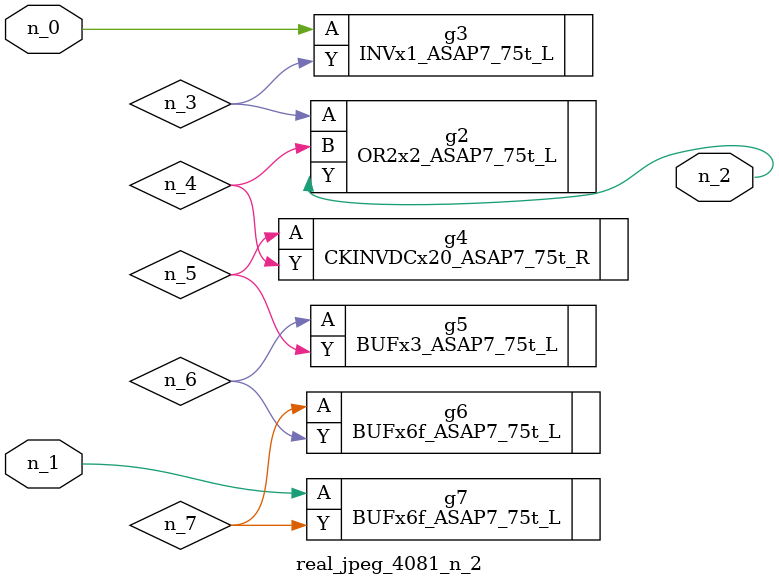
<source format=v>
module real_jpeg_4081_n_2 (n_1, n_0, n_2);

input n_1;
input n_0;

output n_2;

wire n_5;
wire n_4;
wire n_6;
wire n_7;
wire n_3;

INVx1_ASAP7_75t_L g3 ( 
.A(n_0),
.Y(n_3)
);

BUFx6f_ASAP7_75t_L g7 ( 
.A(n_1),
.Y(n_7)
);

OR2x2_ASAP7_75t_L g2 ( 
.A(n_3),
.B(n_4),
.Y(n_2)
);

CKINVDCx20_ASAP7_75t_R g4 ( 
.A(n_5),
.Y(n_4)
);

BUFx3_ASAP7_75t_L g5 ( 
.A(n_6),
.Y(n_5)
);

BUFx6f_ASAP7_75t_L g6 ( 
.A(n_7),
.Y(n_6)
);


endmodule
</source>
